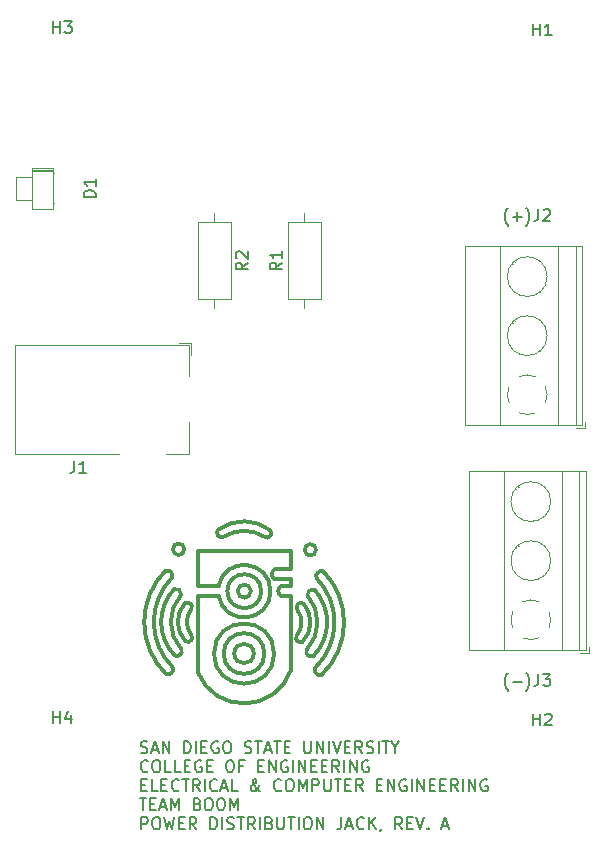
<source format=gbr>
%TF.GenerationSoftware,KiCad,Pcbnew,8.0.4*%
%TF.CreationDate,2024-11-12T18:47:43-08:00*%
%TF.ProjectId,PD Jack_RevA,5044204a-6163-46b5-9f52-6576412e6b69,rev?*%
%TF.SameCoordinates,Original*%
%TF.FileFunction,Legend,Top*%
%TF.FilePolarity,Positive*%
%FSLAX46Y46*%
G04 Gerber Fmt 4.6, Leading zero omitted, Abs format (unit mm)*
G04 Created by KiCad (PCBNEW 8.0.4) date 2024-11-12 18:47:43*
%MOMM*%
%LPD*%
G01*
G04 APERTURE LIST*
%ADD10C,0.300000*%
%ADD11C,0.150000*%
%ADD12C,0.120000*%
G04 APERTURE END LIST*
D10*
X141308326Y-115612466D02*
G75*
G02*
X138440550Y-115612466I-1433888J0D01*
G01*
X138440550Y-115612466D02*
G75*
G02*
X141308326Y-115612466I1433888J0D01*
G01*
X142398021Y-120894169D02*
G75*
G02*
X137304771Y-120894169I-2546625J0D01*
G01*
X137304771Y-120894169D02*
G75*
G02*
X142398021Y-120894169I2546625J0D01*
G01*
X142463780Y-113762593D02*
X143834869Y-113762593D01*
X145948337Y-112111606D02*
G75*
G02*
X144980583Y-112111606I-483877J0D01*
G01*
X144980583Y-112111606D02*
G75*
G02*
X145948337Y-112111606I483877J0D01*
G01*
X143834869Y-113762593D02*
X142463780Y-113762593D01*
X142463780Y-114595541D02*
X143834869Y-114595541D01*
X143834869Y-116016019D02*
X143834869Y-122289573D01*
X134543529Y-120531649D02*
G75*
G02*
X133992919Y-121068292I-380829J-160051D01*
G01*
X138238993Y-110953560D02*
G75*
G02*
X141524470Y-110989833I1614007J-2620540D01*
G01*
X133253457Y-122633936D02*
G75*
G02*
X133195068Y-113880109I4317463J4405906D01*
G01*
X135944040Y-112170587D02*
X143834869Y-112170587D01*
X134848988Y-116615047D02*
G75*
G02*
X135393157Y-117120088I201612J-328453D01*
G01*
X145809926Y-115484533D02*
G75*
G02*
X145708176Y-121119505I-3001496J-2764207D01*
G01*
X143834869Y-112170587D02*
X143834869Y-113762593D01*
X143834869Y-115183071D02*
X143002646Y-115183071D01*
X135944040Y-115188097D02*
X135944040Y-112170587D01*
X146568670Y-113938455D02*
G75*
G02*
X146433904Y-122691440I-4413620J-4309575D01*
G01*
X137693515Y-115188097D02*
G75*
G02*
X137693540Y-116037032I2180885J-424403D01*
G01*
X138238993Y-110953560D02*
G75*
G02*
X137673268Y-110395378I-282893J279060D01*
G01*
X137673279Y-110395389D02*
G75*
G02*
X142097478Y-110467848I2163921J-2977911D01*
G01*
X141574367Y-120894169D02*
G75*
G02*
X138128425Y-120894169I-1722971J0D01*
G01*
X138128425Y-120894169D02*
G75*
G02*
X141574367Y-120894169I1722971J0D01*
G01*
X140682197Y-120894169D02*
G75*
G02*
X139020595Y-120894169I-830801J0D01*
G01*
X139020595Y-120894169D02*
G75*
G02*
X140682197Y-120894169I830801J0D01*
G01*
X143002646Y-116016019D02*
X143834869Y-116016019D01*
X135405174Y-119342256D02*
G75*
G02*
X134912684Y-119868581I-321074J-193144D01*
G01*
X142463780Y-114595541D02*
X143834869Y-114595541D01*
X133940293Y-115432749D02*
G75*
G02*
X134532687Y-115900864I160207J-406151D01*
G01*
X143002646Y-116016019D02*
G75*
G02*
X143002611Y-115182998I202854J416519D01*
G01*
X133195068Y-113880109D02*
G75*
G02*
X133770874Y-114452242I154932J-419891D01*
G01*
X144342386Y-117159136D02*
G75*
G02*
X144890998Y-116658782I344114J173636D01*
G01*
X145213448Y-115947464D02*
G75*
G02*
X145809932Y-115484517I432752J58164D01*
G01*
X133821583Y-122054171D02*
G75*
G02*
X133253460Y-122633927I-412283J-164229D01*
G01*
X146433903Y-122691439D02*
G75*
G02*
X145870912Y-122106762I-152303J416739D01*
G01*
X145987890Y-114505543D02*
G75*
G02*
X146568670Y-113938456I422110J148643D01*
G01*
X135944040Y-116037030D02*
X137693553Y-116037030D01*
X142463780Y-114595541D02*
G75*
G02*
X142463806Y-113762646I202820J416441D01*
G01*
X137693515Y-115188097D02*
X135944040Y-115188097D01*
X145213448Y-115947464D02*
G75*
G02*
X145162240Y-120577991I-2614248J-2286636D01*
G01*
X143834869Y-122289573D02*
G75*
G02*
X135944046Y-122490344I-3983469J1395373D01*
G01*
X142097454Y-110467879D02*
G75*
G02*
X141524476Y-110989819I-319054J-225221D01*
G01*
X144890950Y-116658858D02*
G75*
G02*
X144798836Y-119911664I-1813850J-1576342D01*
G01*
X145987890Y-114505543D02*
G75*
G02*
X145870858Y-122106740I-3832840J-3742487D01*
G01*
X133821583Y-122054171D02*
G75*
G02*
X133770878Y-114452244I3749337J3826141D01*
G01*
X135405174Y-119342256D02*
G75*
G02*
X135393173Y-117120098I1378526J1118556D01*
G01*
X140432956Y-115612466D02*
G75*
G02*
X139315920Y-115612466I-558518J0D01*
G01*
X139315920Y-115612466D02*
G75*
G02*
X140432956Y-115612466I558518J0D01*
G01*
X143834869Y-114595541D02*
X143834869Y-115183071D01*
X133992873Y-121068393D02*
G75*
G02*
X133940294Y-115432750I2924697J2845353D01*
G01*
X135944040Y-122490347D02*
X135944040Y-116037030D01*
X144798850Y-119911677D02*
G75*
G02*
X144311003Y-119381118I-168450J334677D01*
G01*
X144342386Y-117159136D02*
G75*
G02*
X144311027Y-119381140I-1400086J-1091464D01*
G01*
X134543529Y-120531649D02*
G75*
G02*
X134532700Y-115900859I2583371J2321449D01*
G01*
X134912702Y-119868546D02*
G75*
G02*
X134849018Y-116615074I1736298J1661346D01*
G01*
X145708175Y-121119504D02*
G75*
G02*
X145162261Y-120577992I-166475J378104D01*
G01*
X134799053Y-112062965D02*
G75*
G02*
X133831299Y-112062965I-483877J0D01*
G01*
X133831299Y-112062965D02*
G75*
G02*
X134799053Y-112062965I483877J0D01*
G01*
D11*
X131099160Y-129272424D02*
X131242017Y-129320043D01*
X131242017Y-129320043D02*
X131480112Y-129320043D01*
X131480112Y-129320043D02*
X131575350Y-129272424D01*
X131575350Y-129272424D02*
X131622969Y-129224804D01*
X131622969Y-129224804D02*
X131670588Y-129129566D01*
X131670588Y-129129566D02*
X131670588Y-129034328D01*
X131670588Y-129034328D02*
X131622969Y-128939090D01*
X131622969Y-128939090D02*
X131575350Y-128891471D01*
X131575350Y-128891471D02*
X131480112Y-128843852D01*
X131480112Y-128843852D02*
X131289636Y-128796233D01*
X131289636Y-128796233D02*
X131194398Y-128748614D01*
X131194398Y-128748614D02*
X131146779Y-128700995D01*
X131146779Y-128700995D02*
X131099160Y-128605757D01*
X131099160Y-128605757D02*
X131099160Y-128510519D01*
X131099160Y-128510519D02*
X131146779Y-128415281D01*
X131146779Y-128415281D02*
X131194398Y-128367662D01*
X131194398Y-128367662D02*
X131289636Y-128320043D01*
X131289636Y-128320043D02*
X131527731Y-128320043D01*
X131527731Y-128320043D02*
X131670588Y-128367662D01*
X132051541Y-129034328D02*
X132527731Y-129034328D01*
X131956303Y-129320043D02*
X132289636Y-128320043D01*
X132289636Y-128320043D02*
X132622969Y-129320043D01*
X132956303Y-129320043D02*
X132956303Y-128320043D01*
X132956303Y-128320043D02*
X133527731Y-129320043D01*
X133527731Y-129320043D02*
X133527731Y-128320043D01*
X134765827Y-129320043D02*
X134765827Y-128320043D01*
X134765827Y-128320043D02*
X135003922Y-128320043D01*
X135003922Y-128320043D02*
X135146779Y-128367662D01*
X135146779Y-128367662D02*
X135242017Y-128462900D01*
X135242017Y-128462900D02*
X135289636Y-128558138D01*
X135289636Y-128558138D02*
X135337255Y-128748614D01*
X135337255Y-128748614D02*
X135337255Y-128891471D01*
X135337255Y-128891471D02*
X135289636Y-129081947D01*
X135289636Y-129081947D02*
X135242017Y-129177185D01*
X135242017Y-129177185D02*
X135146779Y-129272424D01*
X135146779Y-129272424D02*
X135003922Y-129320043D01*
X135003922Y-129320043D02*
X134765827Y-129320043D01*
X135765827Y-129320043D02*
X135765827Y-128320043D01*
X136242017Y-128796233D02*
X136575350Y-128796233D01*
X136718207Y-129320043D02*
X136242017Y-129320043D01*
X136242017Y-129320043D02*
X136242017Y-128320043D01*
X136242017Y-128320043D02*
X136718207Y-128320043D01*
X137670588Y-128367662D02*
X137575350Y-128320043D01*
X137575350Y-128320043D02*
X137432493Y-128320043D01*
X137432493Y-128320043D02*
X137289636Y-128367662D01*
X137289636Y-128367662D02*
X137194398Y-128462900D01*
X137194398Y-128462900D02*
X137146779Y-128558138D01*
X137146779Y-128558138D02*
X137099160Y-128748614D01*
X137099160Y-128748614D02*
X137099160Y-128891471D01*
X137099160Y-128891471D02*
X137146779Y-129081947D01*
X137146779Y-129081947D02*
X137194398Y-129177185D01*
X137194398Y-129177185D02*
X137289636Y-129272424D01*
X137289636Y-129272424D02*
X137432493Y-129320043D01*
X137432493Y-129320043D02*
X137527731Y-129320043D01*
X137527731Y-129320043D02*
X137670588Y-129272424D01*
X137670588Y-129272424D02*
X137718207Y-129224804D01*
X137718207Y-129224804D02*
X137718207Y-128891471D01*
X137718207Y-128891471D02*
X137527731Y-128891471D01*
X138337255Y-128320043D02*
X138527731Y-128320043D01*
X138527731Y-128320043D02*
X138622969Y-128367662D01*
X138622969Y-128367662D02*
X138718207Y-128462900D01*
X138718207Y-128462900D02*
X138765826Y-128653376D01*
X138765826Y-128653376D02*
X138765826Y-128986709D01*
X138765826Y-128986709D02*
X138718207Y-129177185D01*
X138718207Y-129177185D02*
X138622969Y-129272424D01*
X138622969Y-129272424D02*
X138527731Y-129320043D01*
X138527731Y-129320043D02*
X138337255Y-129320043D01*
X138337255Y-129320043D02*
X138242017Y-129272424D01*
X138242017Y-129272424D02*
X138146779Y-129177185D01*
X138146779Y-129177185D02*
X138099160Y-128986709D01*
X138099160Y-128986709D02*
X138099160Y-128653376D01*
X138099160Y-128653376D02*
X138146779Y-128462900D01*
X138146779Y-128462900D02*
X138242017Y-128367662D01*
X138242017Y-128367662D02*
X138337255Y-128320043D01*
X139908684Y-129272424D02*
X140051541Y-129320043D01*
X140051541Y-129320043D02*
X140289636Y-129320043D01*
X140289636Y-129320043D02*
X140384874Y-129272424D01*
X140384874Y-129272424D02*
X140432493Y-129224804D01*
X140432493Y-129224804D02*
X140480112Y-129129566D01*
X140480112Y-129129566D02*
X140480112Y-129034328D01*
X140480112Y-129034328D02*
X140432493Y-128939090D01*
X140432493Y-128939090D02*
X140384874Y-128891471D01*
X140384874Y-128891471D02*
X140289636Y-128843852D01*
X140289636Y-128843852D02*
X140099160Y-128796233D01*
X140099160Y-128796233D02*
X140003922Y-128748614D01*
X140003922Y-128748614D02*
X139956303Y-128700995D01*
X139956303Y-128700995D02*
X139908684Y-128605757D01*
X139908684Y-128605757D02*
X139908684Y-128510519D01*
X139908684Y-128510519D02*
X139956303Y-128415281D01*
X139956303Y-128415281D02*
X140003922Y-128367662D01*
X140003922Y-128367662D02*
X140099160Y-128320043D01*
X140099160Y-128320043D02*
X140337255Y-128320043D01*
X140337255Y-128320043D02*
X140480112Y-128367662D01*
X140765827Y-128320043D02*
X141337255Y-128320043D01*
X141051541Y-129320043D02*
X141051541Y-128320043D01*
X141622970Y-129034328D02*
X142099160Y-129034328D01*
X141527732Y-129320043D02*
X141861065Y-128320043D01*
X141861065Y-128320043D02*
X142194398Y-129320043D01*
X142384875Y-128320043D02*
X142956303Y-128320043D01*
X142670589Y-129320043D02*
X142670589Y-128320043D01*
X143289637Y-128796233D02*
X143622970Y-128796233D01*
X143765827Y-129320043D02*
X143289637Y-129320043D01*
X143289637Y-129320043D02*
X143289637Y-128320043D01*
X143289637Y-128320043D02*
X143765827Y-128320043D01*
X144956304Y-128320043D02*
X144956304Y-129129566D01*
X144956304Y-129129566D02*
X145003923Y-129224804D01*
X145003923Y-129224804D02*
X145051542Y-129272424D01*
X145051542Y-129272424D02*
X145146780Y-129320043D01*
X145146780Y-129320043D02*
X145337256Y-129320043D01*
X145337256Y-129320043D02*
X145432494Y-129272424D01*
X145432494Y-129272424D02*
X145480113Y-129224804D01*
X145480113Y-129224804D02*
X145527732Y-129129566D01*
X145527732Y-129129566D02*
X145527732Y-128320043D01*
X146003923Y-129320043D02*
X146003923Y-128320043D01*
X146003923Y-128320043D02*
X146575351Y-129320043D01*
X146575351Y-129320043D02*
X146575351Y-128320043D01*
X147051542Y-129320043D02*
X147051542Y-128320043D01*
X147384875Y-128320043D02*
X147718208Y-129320043D01*
X147718208Y-129320043D02*
X148051541Y-128320043D01*
X148384875Y-128796233D02*
X148718208Y-128796233D01*
X148861065Y-129320043D02*
X148384875Y-129320043D01*
X148384875Y-129320043D02*
X148384875Y-128320043D01*
X148384875Y-128320043D02*
X148861065Y-128320043D01*
X149861065Y-129320043D02*
X149527732Y-128843852D01*
X149289637Y-129320043D02*
X149289637Y-128320043D01*
X149289637Y-128320043D02*
X149670589Y-128320043D01*
X149670589Y-128320043D02*
X149765827Y-128367662D01*
X149765827Y-128367662D02*
X149813446Y-128415281D01*
X149813446Y-128415281D02*
X149861065Y-128510519D01*
X149861065Y-128510519D02*
X149861065Y-128653376D01*
X149861065Y-128653376D02*
X149813446Y-128748614D01*
X149813446Y-128748614D02*
X149765827Y-128796233D01*
X149765827Y-128796233D02*
X149670589Y-128843852D01*
X149670589Y-128843852D02*
X149289637Y-128843852D01*
X150242018Y-129272424D02*
X150384875Y-129320043D01*
X150384875Y-129320043D02*
X150622970Y-129320043D01*
X150622970Y-129320043D02*
X150718208Y-129272424D01*
X150718208Y-129272424D02*
X150765827Y-129224804D01*
X150765827Y-129224804D02*
X150813446Y-129129566D01*
X150813446Y-129129566D02*
X150813446Y-129034328D01*
X150813446Y-129034328D02*
X150765827Y-128939090D01*
X150765827Y-128939090D02*
X150718208Y-128891471D01*
X150718208Y-128891471D02*
X150622970Y-128843852D01*
X150622970Y-128843852D02*
X150432494Y-128796233D01*
X150432494Y-128796233D02*
X150337256Y-128748614D01*
X150337256Y-128748614D02*
X150289637Y-128700995D01*
X150289637Y-128700995D02*
X150242018Y-128605757D01*
X150242018Y-128605757D02*
X150242018Y-128510519D01*
X150242018Y-128510519D02*
X150289637Y-128415281D01*
X150289637Y-128415281D02*
X150337256Y-128367662D01*
X150337256Y-128367662D02*
X150432494Y-128320043D01*
X150432494Y-128320043D02*
X150670589Y-128320043D01*
X150670589Y-128320043D02*
X150813446Y-128367662D01*
X151242018Y-129320043D02*
X151242018Y-128320043D01*
X151575351Y-128320043D02*
X152146779Y-128320043D01*
X151861065Y-129320043D02*
X151861065Y-128320043D01*
X152670589Y-128843852D02*
X152670589Y-129320043D01*
X152337256Y-128320043D02*
X152670589Y-128843852D01*
X152670589Y-128843852D02*
X153003922Y-128320043D01*
X131718207Y-130834748D02*
X131670588Y-130882368D01*
X131670588Y-130882368D02*
X131527731Y-130929987D01*
X131527731Y-130929987D02*
X131432493Y-130929987D01*
X131432493Y-130929987D02*
X131289636Y-130882368D01*
X131289636Y-130882368D02*
X131194398Y-130787129D01*
X131194398Y-130787129D02*
X131146779Y-130691891D01*
X131146779Y-130691891D02*
X131099160Y-130501415D01*
X131099160Y-130501415D02*
X131099160Y-130358558D01*
X131099160Y-130358558D02*
X131146779Y-130168082D01*
X131146779Y-130168082D02*
X131194398Y-130072844D01*
X131194398Y-130072844D02*
X131289636Y-129977606D01*
X131289636Y-129977606D02*
X131432493Y-129929987D01*
X131432493Y-129929987D02*
X131527731Y-129929987D01*
X131527731Y-129929987D02*
X131670588Y-129977606D01*
X131670588Y-129977606D02*
X131718207Y-130025225D01*
X132337255Y-129929987D02*
X132527731Y-129929987D01*
X132527731Y-129929987D02*
X132622969Y-129977606D01*
X132622969Y-129977606D02*
X132718207Y-130072844D01*
X132718207Y-130072844D02*
X132765826Y-130263320D01*
X132765826Y-130263320D02*
X132765826Y-130596653D01*
X132765826Y-130596653D02*
X132718207Y-130787129D01*
X132718207Y-130787129D02*
X132622969Y-130882368D01*
X132622969Y-130882368D02*
X132527731Y-130929987D01*
X132527731Y-130929987D02*
X132337255Y-130929987D01*
X132337255Y-130929987D02*
X132242017Y-130882368D01*
X132242017Y-130882368D02*
X132146779Y-130787129D01*
X132146779Y-130787129D02*
X132099160Y-130596653D01*
X132099160Y-130596653D02*
X132099160Y-130263320D01*
X132099160Y-130263320D02*
X132146779Y-130072844D01*
X132146779Y-130072844D02*
X132242017Y-129977606D01*
X132242017Y-129977606D02*
X132337255Y-129929987D01*
X133670588Y-130929987D02*
X133194398Y-130929987D01*
X133194398Y-130929987D02*
X133194398Y-129929987D01*
X134480112Y-130929987D02*
X134003922Y-130929987D01*
X134003922Y-130929987D02*
X134003922Y-129929987D01*
X134813446Y-130406177D02*
X135146779Y-130406177D01*
X135289636Y-130929987D02*
X134813446Y-130929987D01*
X134813446Y-130929987D02*
X134813446Y-129929987D01*
X134813446Y-129929987D02*
X135289636Y-129929987D01*
X136242017Y-129977606D02*
X136146779Y-129929987D01*
X136146779Y-129929987D02*
X136003922Y-129929987D01*
X136003922Y-129929987D02*
X135861065Y-129977606D01*
X135861065Y-129977606D02*
X135765827Y-130072844D01*
X135765827Y-130072844D02*
X135718208Y-130168082D01*
X135718208Y-130168082D02*
X135670589Y-130358558D01*
X135670589Y-130358558D02*
X135670589Y-130501415D01*
X135670589Y-130501415D02*
X135718208Y-130691891D01*
X135718208Y-130691891D02*
X135765827Y-130787129D01*
X135765827Y-130787129D02*
X135861065Y-130882368D01*
X135861065Y-130882368D02*
X136003922Y-130929987D01*
X136003922Y-130929987D02*
X136099160Y-130929987D01*
X136099160Y-130929987D02*
X136242017Y-130882368D01*
X136242017Y-130882368D02*
X136289636Y-130834748D01*
X136289636Y-130834748D02*
X136289636Y-130501415D01*
X136289636Y-130501415D02*
X136099160Y-130501415D01*
X136718208Y-130406177D02*
X137051541Y-130406177D01*
X137194398Y-130929987D02*
X136718208Y-130929987D01*
X136718208Y-130929987D02*
X136718208Y-129929987D01*
X136718208Y-129929987D02*
X137194398Y-129929987D01*
X138575351Y-129929987D02*
X138765827Y-129929987D01*
X138765827Y-129929987D02*
X138861065Y-129977606D01*
X138861065Y-129977606D02*
X138956303Y-130072844D01*
X138956303Y-130072844D02*
X139003922Y-130263320D01*
X139003922Y-130263320D02*
X139003922Y-130596653D01*
X139003922Y-130596653D02*
X138956303Y-130787129D01*
X138956303Y-130787129D02*
X138861065Y-130882368D01*
X138861065Y-130882368D02*
X138765827Y-130929987D01*
X138765827Y-130929987D02*
X138575351Y-130929987D01*
X138575351Y-130929987D02*
X138480113Y-130882368D01*
X138480113Y-130882368D02*
X138384875Y-130787129D01*
X138384875Y-130787129D02*
X138337256Y-130596653D01*
X138337256Y-130596653D02*
X138337256Y-130263320D01*
X138337256Y-130263320D02*
X138384875Y-130072844D01*
X138384875Y-130072844D02*
X138480113Y-129977606D01*
X138480113Y-129977606D02*
X138575351Y-129929987D01*
X139765827Y-130406177D02*
X139432494Y-130406177D01*
X139432494Y-130929987D02*
X139432494Y-129929987D01*
X139432494Y-129929987D02*
X139908684Y-129929987D01*
X141051542Y-130406177D02*
X141384875Y-130406177D01*
X141527732Y-130929987D02*
X141051542Y-130929987D01*
X141051542Y-130929987D02*
X141051542Y-129929987D01*
X141051542Y-129929987D02*
X141527732Y-129929987D01*
X141956304Y-130929987D02*
X141956304Y-129929987D01*
X141956304Y-129929987D02*
X142527732Y-130929987D01*
X142527732Y-130929987D02*
X142527732Y-129929987D01*
X143527732Y-129977606D02*
X143432494Y-129929987D01*
X143432494Y-129929987D02*
X143289637Y-129929987D01*
X143289637Y-129929987D02*
X143146780Y-129977606D01*
X143146780Y-129977606D02*
X143051542Y-130072844D01*
X143051542Y-130072844D02*
X143003923Y-130168082D01*
X143003923Y-130168082D02*
X142956304Y-130358558D01*
X142956304Y-130358558D02*
X142956304Y-130501415D01*
X142956304Y-130501415D02*
X143003923Y-130691891D01*
X143003923Y-130691891D02*
X143051542Y-130787129D01*
X143051542Y-130787129D02*
X143146780Y-130882368D01*
X143146780Y-130882368D02*
X143289637Y-130929987D01*
X143289637Y-130929987D02*
X143384875Y-130929987D01*
X143384875Y-130929987D02*
X143527732Y-130882368D01*
X143527732Y-130882368D02*
X143575351Y-130834748D01*
X143575351Y-130834748D02*
X143575351Y-130501415D01*
X143575351Y-130501415D02*
X143384875Y-130501415D01*
X144003923Y-130929987D02*
X144003923Y-129929987D01*
X144480113Y-130929987D02*
X144480113Y-129929987D01*
X144480113Y-129929987D02*
X145051541Y-130929987D01*
X145051541Y-130929987D02*
X145051541Y-129929987D01*
X145527732Y-130406177D02*
X145861065Y-130406177D01*
X146003922Y-130929987D02*
X145527732Y-130929987D01*
X145527732Y-130929987D02*
X145527732Y-129929987D01*
X145527732Y-129929987D02*
X146003922Y-129929987D01*
X146432494Y-130406177D02*
X146765827Y-130406177D01*
X146908684Y-130929987D02*
X146432494Y-130929987D01*
X146432494Y-130929987D02*
X146432494Y-129929987D01*
X146432494Y-129929987D02*
X146908684Y-129929987D01*
X147908684Y-130929987D02*
X147575351Y-130453796D01*
X147337256Y-130929987D02*
X147337256Y-129929987D01*
X147337256Y-129929987D02*
X147718208Y-129929987D01*
X147718208Y-129929987D02*
X147813446Y-129977606D01*
X147813446Y-129977606D02*
X147861065Y-130025225D01*
X147861065Y-130025225D02*
X147908684Y-130120463D01*
X147908684Y-130120463D02*
X147908684Y-130263320D01*
X147908684Y-130263320D02*
X147861065Y-130358558D01*
X147861065Y-130358558D02*
X147813446Y-130406177D01*
X147813446Y-130406177D02*
X147718208Y-130453796D01*
X147718208Y-130453796D02*
X147337256Y-130453796D01*
X148337256Y-130929987D02*
X148337256Y-129929987D01*
X148813446Y-130929987D02*
X148813446Y-129929987D01*
X148813446Y-129929987D02*
X149384874Y-130929987D01*
X149384874Y-130929987D02*
X149384874Y-129929987D01*
X150384874Y-129977606D02*
X150289636Y-129929987D01*
X150289636Y-129929987D02*
X150146779Y-129929987D01*
X150146779Y-129929987D02*
X150003922Y-129977606D01*
X150003922Y-129977606D02*
X149908684Y-130072844D01*
X149908684Y-130072844D02*
X149861065Y-130168082D01*
X149861065Y-130168082D02*
X149813446Y-130358558D01*
X149813446Y-130358558D02*
X149813446Y-130501415D01*
X149813446Y-130501415D02*
X149861065Y-130691891D01*
X149861065Y-130691891D02*
X149908684Y-130787129D01*
X149908684Y-130787129D02*
X150003922Y-130882368D01*
X150003922Y-130882368D02*
X150146779Y-130929987D01*
X150146779Y-130929987D02*
X150242017Y-130929987D01*
X150242017Y-130929987D02*
X150384874Y-130882368D01*
X150384874Y-130882368D02*
X150432493Y-130834748D01*
X150432493Y-130834748D02*
X150432493Y-130501415D01*
X150432493Y-130501415D02*
X150242017Y-130501415D01*
X131146779Y-132016121D02*
X131480112Y-132016121D01*
X131622969Y-132539931D02*
X131146779Y-132539931D01*
X131146779Y-132539931D02*
X131146779Y-131539931D01*
X131146779Y-131539931D02*
X131622969Y-131539931D01*
X132527731Y-132539931D02*
X132051541Y-132539931D01*
X132051541Y-132539931D02*
X132051541Y-131539931D01*
X132861065Y-132016121D02*
X133194398Y-132016121D01*
X133337255Y-132539931D02*
X132861065Y-132539931D01*
X132861065Y-132539931D02*
X132861065Y-131539931D01*
X132861065Y-131539931D02*
X133337255Y-131539931D01*
X134337255Y-132444692D02*
X134289636Y-132492312D01*
X134289636Y-132492312D02*
X134146779Y-132539931D01*
X134146779Y-132539931D02*
X134051541Y-132539931D01*
X134051541Y-132539931D02*
X133908684Y-132492312D01*
X133908684Y-132492312D02*
X133813446Y-132397073D01*
X133813446Y-132397073D02*
X133765827Y-132301835D01*
X133765827Y-132301835D02*
X133718208Y-132111359D01*
X133718208Y-132111359D02*
X133718208Y-131968502D01*
X133718208Y-131968502D02*
X133765827Y-131778026D01*
X133765827Y-131778026D02*
X133813446Y-131682788D01*
X133813446Y-131682788D02*
X133908684Y-131587550D01*
X133908684Y-131587550D02*
X134051541Y-131539931D01*
X134051541Y-131539931D02*
X134146779Y-131539931D01*
X134146779Y-131539931D02*
X134289636Y-131587550D01*
X134289636Y-131587550D02*
X134337255Y-131635169D01*
X134622970Y-131539931D02*
X135194398Y-131539931D01*
X134908684Y-132539931D02*
X134908684Y-131539931D01*
X136099160Y-132539931D02*
X135765827Y-132063740D01*
X135527732Y-132539931D02*
X135527732Y-131539931D01*
X135527732Y-131539931D02*
X135908684Y-131539931D01*
X135908684Y-131539931D02*
X136003922Y-131587550D01*
X136003922Y-131587550D02*
X136051541Y-131635169D01*
X136051541Y-131635169D02*
X136099160Y-131730407D01*
X136099160Y-131730407D02*
X136099160Y-131873264D01*
X136099160Y-131873264D02*
X136051541Y-131968502D01*
X136051541Y-131968502D02*
X136003922Y-132016121D01*
X136003922Y-132016121D02*
X135908684Y-132063740D01*
X135908684Y-132063740D02*
X135527732Y-132063740D01*
X136527732Y-132539931D02*
X136527732Y-131539931D01*
X137575350Y-132444692D02*
X137527731Y-132492312D01*
X137527731Y-132492312D02*
X137384874Y-132539931D01*
X137384874Y-132539931D02*
X137289636Y-132539931D01*
X137289636Y-132539931D02*
X137146779Y-132492312D01*
X137146779Y-132492312D02*
X137051541Y-132397073D01*
X137051541Y-132397073D02*
X137003922Y-132301835D01*
X137003922Y-132301835D02*
X136956303Y-132111359D01*
X136956303Y-132111359D02*
X136956303Y-131968502D01*
X136956303Y-131968502D02*
X137003922Y-131778026D01*
X137003922Y-131778026D02*
X137051541Y-131682788D01*
X137051541Y-131682788D02*
X137146779Y-131587550D01*
X137146779Y-131587550D02*
X137289636Y-131539931D01*
X137289636Y-131539931D02*
X137384874Y-131539931D01*
X137384874Y-131539931D02*
X137527731Y-131587550D01*
X137527731Y-131587550D02*
X137575350Y-131635169D01*
X137956303Y-132254216D02*
X138432493Y-132254216D01*
X137861065Y-132539931D02*
X138194398Y-131539931D01*
X138194398Y-131539931D02*
X138527731Y-132539931D01*
X139337255Y-132539931D02*
X138861065Y-132539931D01*
X138861065Y-132539931D02*
X138861065Y-131539931D01*
X141242018Y-132539931D02*
X141194399Y-132539931D01*
X141194399Y-132539931D02*
X141099160Y-132492312D01*
X141099160Y-132492312D02*
X140956303Y-132349454D01*
X140956303Y-132349454D02*
X140718208Y-132063740D01*
X140718208Y-132063740D02*
X140622970Y-131920883D01*
X140622970Y-131920883D02*
X140575351Y-131778026D01*
X140575351Y-131778026D02*
X140575351Y-131682788D01*
X140575351Y-131682788D02*
X140622970Y-131587550D01*
X140622970Y-131587550D02*
X140718208Y-131539931D01*
X140718208Y-131539931D02*
X140765827Y-131539931D01*
X140765827Y-131539931D02*
X140861065Y-131587550D01*
X140861065Y-131587550D02*
X140908684Y-131682788D01*
X140908684Y-131682788D02*
X140908684Y-131730407D01*
X140908684Y-131730407D02*
X140861065Y-131825645D01*
X140861065Y-131825645D02*
X140813446Y-131873264D01*
X140813446Y-131873264D02*
X140527732Y-132063740D01*
X140527732Y-132063740D02*
X140480113Y-132111359D01*
X140480113Y-132111359D02*
X140432494Y-132206597D01*
X140432494Y-132206597D02*
X140432494Y-132349454D01*
X140432494Y-132349454D02*
X140480113Y-132444692D01*
X140480113Y-132444692D02*
X140527732Y-132492312D01*
X140527732Y-132492312D02*
X140622970Y-132539931D01*
X140622970Y-132539931D02*
X140765827Y-132539931D01*
X140765827Y-132539931D02*
X140861065Y-132492312D01*
X140861065Y-132492312D02*
X140908684Y-132444692D01*
X140908684Y-132444692D02*
X141051541Y-132254216D01*
X141051541Y-132254216D02*
X141099160Y-132111359D01*
X141099160Y-132111359D02*
X141099160Y-132016121D01*
X143003922Y-132444692D02*
X142956303Y-132492312D01*
X142956303Y-132492312D02*
X142813446Y-132539931D01*
X142813446Y-132539931D02*
X142718208Y-132539931D01*
X142718208Y-132539931D02*
X142575351Y-132492312D01*
X142575351Y-132492312D02*
X142480113Y-132397073D01*
X142480113Y-132397073D02*
X142432494Y-132301835D01*
X142432494Y-132301835D02*
X142384875Y-132111359D01*
X142384875Y-132111359D02*
X142384875Y-131968502D01*
X142384875Y-131968502D02*
X142432494Y-131778026D01*
X142432494Y-131778026D02*
X142480113Y-131682788D01*
X142480113Y-131682788D02*
X142575351Y-131587550D01*
X142575351Y-131587550D02*
X142718208Y-131539931D01*
X142718208Y-131539931D02*
X142813446Y-131539931D01*
X142813446Y-131539931D02*
X142956303Y-131587550D01*
X142956303Y-131587550D02*
X143003922Y-131635169D01*
X143622970Y-131539931D02*
X143813446Y-131539931D01*
X143813446Y-131539931D02*
X143908684Y-131587550D01*
X143908684Y-131587550D02*
X144003922Y-131682788D01*
X144003922Y-131682788D02*
X144051541Y-131873264D01*
X144051541Y-131873264D02*
X144051541Y-132206597D01*
X144051541Y-132206597D02*
X144003922Y-132397073D01*
X144003922Y-132397073D02*
X143908684Y-132492312D01*
X143908684Y-132492312D02*
X143813446Y-132539931D01*
X143813446Y-132539931D02*
X143622970Y-132539931D01*
X143622970Y-132539931D02*
X143527732Y-132492312D01*
X143527732Y-132492312D02*
X143432494Y-132397073D01*
X143432494Y-132397073D02*
X143384875Y-132206597D01*
X143384875Y-132206597D02*
X143384875Y-131873264D01*
X143384875Y-131873264D02*
X143432494Y-131682788D01*
X143432494Y-131682788D02*
X143527732Y-131587550D01*
X143527732Y-131587550D02*
X143622970Y-131539931D01*
X144480113Y-132539931D02*
X144480113Y-131539931D01*
X144480113Y-131539931D02*
X144813446Y-132254216D01*
X144813446Y-132254216D02*
X145146779Y-131539931D01*
X145146779Y-131539931D02*
X145146779Y-132539931D01*
X145622970Y-132539931D02*
X145622970Y-131539931D01*
X145622970Y-131539931D02*
X146003922Y-131539931D01*
X146003922Y-131539931D02*
X146099160Y-131587550D01*
X146099160Y-131587550D02*
X146146779Y-131635169D01*
X146146779Y-131635169D02*
X146194398Y-131730407D01*
X146194398Y-131730407D02*
X146194398Y-131873264D01*
X146194398Y-131873264D02*
X146146779Y-131968502D01*
X146146779Y-131968502D02*
X146099160Y-132016121D01*
X146099160Y-132016121D02*
X146003922Y-132063740D01*
X146003922Y-132063740D02*
X145622970Y-132063740D01*
X146622970Y-131539931D02*
X146622970Y-132349454D01*
X146622970Y-132349454D02*
X146670589Y-132444692D01*
X146670589Y-132444692D02*
X146718208Y-132492312D01*
X146718208Y-132492312D02*
X146813446Y-132539931D01*
X146813446Y-132539931D02*
X147003922Y-132539931D01*
X147003922Y-132539931D02*
X147099160Y-132492312D01*
X147099160Y-132492312D02*
X147146779Y-132444692D01*
X147146779Y-132444692D02*
X147194398Y-132349454D01*
X147194398Y-132349454D02*
X147194398Y-131539931D01*
X147527732Y-131539931D02*
X148099160Y-131539931D01*
X147813446Y-132539931D02*
X147813446Y-131539931D01*
X148432494Y-132016121D02*
X148765827Y-132016121D01*
X148908684Y-132539931D02*
X148432494Y-132539931D01*
X148432494Y-132539931D02*
X148432494Y-131539931D01*
X148432494Y-131539931D02*
X148908684Y-131539931D01*
X149908684Y-132539931D02*
X149575351Y-132063740D01*
X149337256Y-132539931D02*
X149337256Y-131539931D01*
X149337256Y-131539931D02*
X149718208Y-131539931D01*
X149718208Y-131539931D02*
X149813446Y-131587550D01*
X149813446Y-131587550D02*
X149861065Y-131635169D01*
X149861065Y-131635169D02*
X149908684Y-131730407D01*
X149908684Y-131730407D02*
X149908684Y-131873264D01*
X149908684Y-131873264D02*
X149861065Y-131968502D01*
X149861065Y-131968502D02*
X149813446Y-132016121D01*
X149813446Y-132016121D02*
X149718208Y-132063740D01*
X149718208Y-132063740D02*
X149337256Y-132063740D01*
X151099161Y-132016121D02*
X151432494Y-132016121D01*
X151575351Y-132539931D02*
X151099161Y-132539931D01*
X151099161Y-132539931D02*
X151099161Y-131539931D01*
X151099161Y-131539931D02*
X151575351Y-131539931D01*
X152003923Y-132539931D02*
X152003923Y-131539931D01*
X152003923Y-131539931D02*
X152575351Y-132539931D01*
X152575351Y-132539931D02*
X152575351Y-131539931D01*
X153575351Y-131587550D02*
X153480113Y-131539931D01*
X153480113Y-131539931D02*
X153337256Y-131539931D01*
X153337256Y-131539931D02*
X153194399Y-131587550D01*
X153194399Y-131587550D02*
X153099161Y-131682788D01*
X153099161Y-131682788D02*
X153051542Y-131778026D01*
X153051542Y-131778026D02*
X153003923Y-131968502D01*
X153003923Y-131968502D02*
X153003923Y-132111359D01*
X153003923Y-132111359D02*
X153051542Y-132301835D01*
X153051542Y-132301835D02*
X153099161Y-132397073D01*
X153099161Y-132397073D02*
X153194399Y-132492312D01*
X153194399Y-132492312D02*
X153337256Y-132539931D01*
X153337256Y-132539931D02*
X153432494Y-132539931D01*
X153432494Y-132539931D02*
X153575351Y-132492312D01*
X153575351Y-132492312D02*
X153622970Y-132444692D01*
X153622970Y-132444692D02*
X153622970Y-132111359D01*
X153622970Y-132111359D02*
X153432494Y-132111359D01*
X154051542Y-132539931D02*
X154051542Y-131539931D01*
X154527732Y-132539931D02*
X154527732Y-131539931D01*
X154527732Y-131539931D02*
X155099160Y-132539931D01*
X155099160Y-132539931D02*
X155099160Y-131539931D01*
X155575351Y-132016121D02*
X155908684Y-132016121D01*
X156051541Y-132539931D02*
X155575351Y-132539931D01*
X155575351Y-132539931D02*
X155575351Y-131539931D01*
X155575351Y-131539931D02*
X156051541Y-131539931D01*
X156480113Y-132016121D02*
X156813446Y-132016121D01*
X156956303Y-132539931D02*
X156480113Y-132539931D01*
X156480113Y-132539931D02*
X156480113Y-131539931D01*
X156480113Y-131539931D02*
X156956303Y-131539931D01*
X157956303Y-132539931D02*
X157622970Y-132063740D01*
X157384875Y-132539931D02*
X157384875Y-131539931D01*
X157384875Y-131539931D02*
X157765827Y-131539931D01*
X157765827Y-131539931D02*
X157861065Y-131587550D01*
X157861065Y-131587550D02*
X157908684Y-131635169D01*
X157908684Y-131635169D02*
X157956303Y-131730407D01*
X157956303Y-131730407D02*
X157956303Y-131873264D01*
X157956303Y-131873264D02*
X157908684Y-131968502D01*
X157908684Y-131968502D02*
X157861065Y-132016121D01*
X157861065Y-132016121D02*
X157765827Y-132063740D01*
X157765827Y-132063740D02*
X157384875Y-132063740D01*
X158384875Y-132539931D02*
X158384875Y-131539931D01*
X158861065Y-132539931D02*
X158861065Y-131539931D01*
X158861065Y-131539931D02*
X159432493Y-132539931D01*
X159432493Y-132539931D02*
X159432493Y-131539931D01*
X160432493Y-131587550D02*
X160337255Y-131539931D01*
X160337255Y-131539931D02*
X160194398Y-131539931D01*
X160194398Y-131539931D02*
X160051541Y-131587550D01*
X160051541Y-131587550D02*
X159956303Y-131682788D01*
X159956303Y-131682788D02*
X159908684Y-131778026D01*
X159908684Y-131778026D02*
X159861065Y-131968502D01*
X159861065Y-131968502D02*
X159861065Y-132111359D01*
X159861065Y-132111359D02*
X159908684Y-132301835D01*
X159908684Y-132301835D02*
X159956303Y-132397073D01*
X159956303Y-132397073D02*
X160051541Y-132492312D01*
X160051541Y-132492312D02*
X160194398Y-132539931D01*
X160194398Y-132539931D02*
X160289636Y-132539931D01*
X160289636Y-132539931D02*
X160432493Y-132492312D01*
X160432493Y-132492312D02*
X160480112Y-132444692D01*
X160480112Y-132444692D02*
X160480112Y-132111359D01*
X160480112Y-132111359D02*
X160289636Y-132111359D01*
X131003922Y-133149875D02*
X131575350Y-133149875D01*
X131289636Y-134149875D02*
X131289636Y-133149875D01*
X131908684Y-133626065D02*
X132242017Y-133626065D01*
X132384874Y-134149875D02*
X131908684Y-134149875D01*
X131908684Y-134149875D02*
X131908684Y-133149875D01*
X131908684Y-133149875D02*
X132384874Y-133149875D01*
X132765827Y-133864160D02*
X133242017Y-133864160D01*
X132670589Y-134149875D02*
X133003922Y-133149875D01*
X133003922Y-133149875D02*
X133337255Y-134149875D01*
X133670589Y-134149875D02*
X133670589Y-133149875D01*
X133670589Y-133149875D02*
X134003922Y-133864160D01*
X134003922Y-133864160D02*
X134337255Y-133149875D01*
X134337255Y-133149875D02*
X134337255Y-134149875D01*
X135908684Y-133626065D02*
X136051541Y-133673684D01*
X136051541Y-133673684D02*
X136099160Y-133721303D01*
X136099160Y-133721303D02*
X136146779Y-133816541D01*
X136146779Y-133816541D02*
X136146779Y-133959398D01*
X136146779Y-133959398D02*
X136099160Y-134054636D01*
X136099160Y-134054636D02*
X136051541Y-134102256D01*
X136051541Y-134102256D02*
X135956303Y-134149875D01*
X135956303Y-134149875D02*
X135575351Y-134149875D01*
X135575351Y-134149875D02*
X135575351Y-133149875D01*
X135575351Y-133149875D02*
X135908684Y-133149875D01*
X135908684Y-133149875D02*
X136003922Y-133197494D01*
X136003922Y-133197494D02*
X136051541Y-133245113D01*
X136051541Y-133245113D02*
X136099160Y-133340351D01*
X136099160Y-133340351D02*
X136099160Y-133435589D01*
X136099160Y-133435589D02*
X136051541Y-133530827D01*
X136051541Y-133530827D02*
X136003922Y-133578446D01*
X136003922Y-133578446D02*
X135908684Y-133626065D01*
X135908684Y-133626065D02*
X135575351Y-133626065D01*
X136765827Y-133149875D02*
X136956303Y-133149875D01*
X136956303Y-133149875D02*
X137051541Y-133197494D01*
X137051541Y-133197494D02*
X137146779Y-133292732D01*
X137146779Y-133292732D02*
X137194398Y-133483208D01*
X137194398Y-133483208D02*
X137194398Y-133816541D01*
X137194398Y-133816541D02*
X137146779Y-134007017D01*
X137146779Y-134007017D02*
X137051541Y-134102256D01*
X137051541Y-134102256D02*
X136956303Y-134149875D01*
X136956303Y-134149875D02*
X136765827Y-134149875D01*
X136765827Y-134149875D02*
X136670589Y-134102256D01*
X136670589Y-134102256D02*
X136575351Y-134007017D01*
X136575351Y-134007017D02*
X136527732Y-133816541D01*
X136527732Y-133816541D02*
X136527732Y-133483208D01*
X136527732Y-133483208D02*
X136575351Y-133292732D01*
X136575351Y-133292732D02*
X136670589Y-133197494D01*
X136670589Y-133197494D02*
X136765827Y-133149875D01*
X137813446Y-133149875D02*
X138003922Y-133149875D01*
X138003922Y-133149875D02*
X138099160Y-133197494D01*
X138099160Y-133197494D02*
X138194398Y-133292732D01*
X138194398Y-133292732D02*
X138242017Y-133483208D01*
X138242017Y-133483208D02*
X138242017Y-133816541D01*
X138242017Y-133816541D02*
X138194398Y-134007017D01*
X138194398Y-134007017D02*
X138099160Y-134102256D01*
X138099160Y-134102256D02*
X138003922Y-134149875D01*
X138003922Y-134149875D02*
X137813446Y-134149875D01*
X137813446Y-134149875D02*
X137718208Y-134102256D01*
X137718208Y-134102256D02*
X137622970Y-134007017D01*
X137622970Y-134007017D02*
X137575351Y-133816541D01*
X137575351Y-133816541D02*
X137575351Y-133483208D01*
X137575351Y-133483208D02*
X137622970Y-133292732D01*
X137622970Y-133292732D02*
X137718208Y-133197494D01*
X137718208Y-133197494D02*
X137813446Y-133149875D01*
X138670589Y-134149875D02*
X138670589Y-133149875D01*
X138670589Y-133149875D02*
X139003922Y-133864160D01*
X139003922Y-133864160D02*
X139337255Y-133149875D01*
X139337255Y-133149875D02*
X139337255Y-134149875D01*
X131146779Y-135759819D02*
X131146779Y-134759819D01*
X131146779Y-134759819D02*
X131527731Y-134759819D01*
X131527731Y-134759819D02*
X131622969Y-134807438D01*
X131622969Y-134807438D02*
X131670588Y-134855057D01*
X131670588Y-134855057D02*
X131718207Y-134950295D01*
X131718207Y-134950295D02*
X131718207Y-135093152D01*
X131718207Y-135093152D02*
X131670588Y-135188390D01*
X131670588Y-135188390D02*
X131622969Y-135236009D01*
X131622969Y-135236009D02*
X131527731Y-135283628D01*
X131527731Y-135283628D02*
X131146779Y-135283628D01*
X132337255Y-134759819D02*
X132527731Y-134759819D01*
X132527731Y-134759819D02*
X132622969Y-134807438D01*
X132622969Y-134807438D02*
X132718207Y-134902676D01*
X132718207Y-134902676D02*
X132765826Y-135093152D01*
X132765826Y-135093152D02*
X132765826Y-135426485D01*
X132765826Y-135426485D02*
X132718207Y-135616961D01*
X132718207Y-135616961D02*
X132622969Y-135712200D01*
X132622969Y-135712200D02*
X132527731Y-135759819D01*
X132527731Y-135759819D02*
X132337255Y-135759819D01*
X132337255Y-135759819D02*
X132242017Y-135712200D01*
X132242017Y-135712200D02*
X132146779Y-135616961D01*
X132146779Y-135616961D02*
X132099160Y-135426485D01*
X132099160Y-135426485D02*
X132099160Y-135093152D01*
X132099160Y-135093152D02*
X132146779Y-134902676D01*
X132146779Y-134902676D02*
X132242017Y-134807438D01*
X132242017Y-134807438D02*
X132337255Y-134759819D01*
X133099160Y-134759819D02*
X133337255Y-135759819D01*
X133337255Y-135759819D02*
X133527731Y-135045533D01*
X133527731Y-135045533D02*
X133718207Y-135759819D01*
X133718207Y-135759819D02*
X133956303Y-134759819D01*
X134337255Y-135236009D02*
X134670588Y-135236009D01*
X134813445Y-135759819D02*
X134337255Y-135759819D01*
X134337255Y-135759819D02*
X134337255Y-134759819D01*
X134337255Y-134759819D02*
X134813445Y-134759819D01*
X135813445Y-135759819D02*
X135480112Y-135283628D01*
X135242017Y-135759819D02*
X135242017Y-134759819D01*
X135242017Y-134759819D02*
X135622969Y-134759819D01*
X135622969Y-134759819D02*
X135718207Y-134807438D01*
X135718207Y-134807438D02*
X135765826Y-134855057D01*
X135765826Y-134855057D02*
X135813445Y-134950295D01*
X135813445Y-134950295D02*
X135813445Y-135093152D01*
X135813445Y-135093152D02*
X135765826Y-135188390D01*
X135765826Y-135188390D02*
X135718207Y-135236009D01*
X135718207Y-135236009D02*
X135622969Y-135283628D01*
X135622969Y-135283628D02*
X135242017Y-135283628D01*
X137003922Y-135759819D02*
X137003922Y-134759819D01*
X137003922Y-134759819D02*
X137242017Y-134759819D01*
X137242017Y-134759819D02*
X137384874Y-134807438D01*
X137384874Y-134807438D02*
X137480112Y-134902676D01*
X137480112Y-134902676D02*
X137527731Y-134997914D01*
X137527731Y-134997914D02*
X137575350Y-135188390D01*
X137575350Y-135188390D02*
X137575350Y-135331247D01*
X137575350Y-135331247D02*
X137527731Y-135521723D01*
X137527731Y-135521723D02*
X137480112Y-135616961D01*
X137480112Y-135616961D02*
X137384874Y-135712200D01*
X137384874Y-135712200D02*
X137242017Y-135759819D01*
X137242017Y-135759819D02*
X137003922Y-135759819D01*
X138003922Y-135759819D02*
X138003922Y-134759819D01*
X138432493Y-135712200D02*
X138575350Y-135759819D01*
X138575350Y-135759819D02*
X138813445Y-135759819D01*
X138813445Y-135759819D02*
X138908683Y-135712200D01*
X138908683Y-135712200D02*
X138956302Y-135664580D01*
X138956302Y-135664580D02*
X139003921Y-135569342D01*
X139003921Y-135569342D02*
X139003921Y-135474104D01*
X139003921Y-135474104D02*
X138956302Y-135378866D01*
X138956302Y-135378866D02*
X138908683Y-135331247D01*
X138908683Y-135331247D02*
X138813445Y-135283628D01*
X138813445Y-135283628D02*
X138622969Y-135236009D01*
X138622969Y-135236009D02*
X138527731Y-135188390D01*
X138527731Y-135188390D02*
X138480112Y-135140771D01*
X138480112Y-135140771D02*
X138432493Y-135045533D01*
X138432493Y-135045533D02*
X138432493Y-134950295D01*
X138432493Y-134950295D02*
X138480112Y-134855057D01*
X138480112Y-134855057D02*
X138527731Y-134807438D01*
X138527731Y-134807438D02*
X138622969Y-134759819D01*
X138622969Y-134759819D02*
X138861064Y-134759819D01*
X138861064Y-134759819D02*
X139003921Y-134807438D01*
X139289636Y-134759819D02*
X139861064Y-134759819D01*
X139575350Y-135759819D02*
X139575350Y-134759819D01*
X140765826Y-135759819D02*
X140432493Y-135283628D01*
X140194398Y-135759819D02*
X140194398Y-134759819D01*
X140194398Y-134759819D02*
X140575350Y-134759819D01*
X140575350Y-134759819D02*
X140670588Y-134807438D01*
X140670588Y-134807438D02*
X140718207Y-134855057D01*
X140718207Y-134855057D02*
X140765826Y-134950295D01*
X140765826Y-134950295D02*
X140765826Y-135093152D01*
X140765826Y-135093152D02*
X140718207Y-135188390D01*
X140718207Y-135188390D02*
X140670588Y-135236009D01*
X140670588Y-135236009D02*
X140575350Y-135283628D01*
X140575350Y-135283628D02*
X140194398Y-135283628D01*
X141194398Y-135759819D02*
X141194398Y-134759819D01*
X142003921Y-135236009D02*
X142146778Y-135283628D01*
X142146778Y-135283628D02*
X142194397Y-135331247D01*
X142194397Y-135331247D02*
X142242016Y-135426485D01*
X142242016Y-135426485D02*
X142242016Y-135569342D01*
X142242016Y-135569342D02*
X142194397Y-135664580D01*
X142194397Y-135664580D02*
X142146778Y-135712200D01*
X142146778Y-135712200D02*
X142051540Y-135759819D01*
X142051540Y-135759819D02*
X141670588Y-135759819D01*
X141670588Y-135759819D02*
X141670588Y-134759819D01*
X141670588Y-134759819D02*
X142003921Y-134759819D01*
X142003921Y-134759819D02*
X142099159Y-134807438D01*
X142099159Y-134807438D02*
X142146778Y-134855057D01*
X142146778Y-134855057D02*
X142194397Y-134950295D01*
X142194397Y-134950295D02*
X142194397Y-135045533D01*
X142194397Y-135045533D02*
X142146778Y-135140771D01*
X142146778Y-135140771D02*
X142099159Y-135188390D01*
X142099159Y-135188390D02*
X142003921Y-135236009D01*
X142003921Y-135236009D02*
X141670588Y-135236009D01*
X142670588Y-134759819D02*
X142670588Y-135569342D01*
X142670588Y-135569342D02*
X142718207Y-135664580D01*
X142718207Y-135664580D02*
X142765826Y-135712200D01*
X142765826Y-135712200D02*
X142861064Y-135759819D01*
X142861064Y-135759819D02*
X143051540Y-135759819D01*
X143051540Y-135759819D02*
X143146778Y-135712200D01*
X143146778Y-135712200D02*
X143194397Y-135664580D01*
X143194397Y-135664580D02*
X143242016Y-135569342D01*
X143242016Y-135569342D02*
X143242016Y-134759819D01*
X143575350Y-134759819D02*
X144146778Y-134759819D01*
X143861064Y-135759819D02*
X143861064Y-134759819D01*
X144480112Y-135759819D02*
X144480112Y-134759819D01*
X145146778Y-134759819D02*
X145337254Y-134759819D01*
X145337254Y-134759819D02*
X145432492Y-134807438D01*
X145432492Y-134807438D02*
X145527730Y-134902676D01*
X145527730Y-134902676D02*
X145575349Y-135093152D01*
X145575349Y-135093152D02*
X145575349Y-135426485D01*
X145575349Y-135426485D02*
X145527730Y-135616961D01*
X145527730Y-135616961D02*
X145432492Y-135712200D01*
X145432492Y-135712200D02*
X145337254Y-135759819D01*
X145337254Y-135759819D02*
X145146778Y-135759819D01*
X145146778Y-135759819D02*
X145051540Y-135712200D01*
X145051540Y-135712200D02*
X144956302Y-135616961D01*
X144956302Y-135616961D02*
X144908683Y-135426485D01*
X144908683Y-135426485D02*
X144908683Y-135093152D01*
X144908683Y-135093152D02*
X144956302Y-134902676D01*
X144956302Y-134902676D02*
X145051540Y-134807438D01*
X145051540Y-134807438D02*
X145146778Y-134759819D01*
X146003921Y-135759819D02*
X146003921Y-134759819D01*
X146003921Y-134759819D02*
X146575349Y-135759819D01*
X146575349Y-135759819D02*
X146575349Y-134759819D01*
X148099159Y-134759819D02*
X148099159Y-135474104D01*
X148099159Y-135474104D02*
X148051540Y-135616961D01*
X148051540Y-135616961D02*
X147956302Y-135712200D01*
X147956302Y-135712200D02*
X147813445Y-135759819D01*
X147813445Y-135759819D02*
X147718207Y-135759819D01*
X148527731Y-135474104D02*
X149003921Y-135474104D01*
X148432493Y-135759819D02*
X148765826Y-134759819D01*
X148765826Y-134759819D02*
X149099159Y-135759819D01*
X150003921Y-135664580D02*
X149956302Y-135712200D01*
X149956302Y-135712200D02*
X149813445Y-135759819D01*
X149813445Y-135759819D02*
X149718207Y-135759819D01*
X149718207Y-135759819D02*
X149575350Y-135712200D01*
X149575350Y-135712200D02*
X149480112Y-135616961D01*
X149480112Y-135616961D02*
X149432493Y-135521723D01*
X149432493Y-135521723D02*
X149384874Y-135331247D01*
X149384874Y-135331247D02*
X149384874Y-135188390D01*
X149384874Y-135188390D02*
X149432493Y-134997914D01*
X149432493Y-134997914D02*
X149480112Y-134902676D01*
X149480112Y-134902676D02*
X149575350Y-134807438D01*
X149575350Y-134807438D02*
X149718207Y-134759819D01*
X149718207Y-134759819D02*
X149813445Y-134759819D01*
X149813445Y-134759819D02*
X149956302Y-134807438D01*
X149956302Y-134807438D02*
X150003921Y-134855057D01*
X150432493Y-135759819D02*
X150432493Y-134759819D01*
X151003921Y-135759819D02*
X150575350Y-135188390D01*
X151003921Y-134759819D02*
X150432493Y-135331247D01*
X151480112Y-135712200D02*
X151480112Y-135759819D01*
X151480112Y-135759819D02*
X151432493Y-135855057D01*
X151432493Y-135855057D02*
X151384874Y-135902676D01*
X153242016Y-135759819D02*
X152908683Y-135283628D01*
X152670588Y-135759819D02*
X152670588Y-134759819D01*
X152670588Y-134759819D02*
X153051540Y-134759819D01*
X153051540Y-134759819D02*
X153146778Y-134807438D01*
X153146778Y-134807438D02*
X153194397Y-134855057D01*
X153194397Y-134855057D02*
X153242016Y-134950295D01*
X153242016Y-134950295D02*
X153242016Y-135093152D01*
X153242016Y-135093152D02*
X153194397Y-135188390D01*
X153194397Y-135188390D02*
X153146778Y-135236009D01*
X153146778Y-135236009D02*
X153051540Y-135283628D01*
X153051540Y-135283628D02*
X152670588Y-135283628D01*
X153670588Y-135236009D02*
X154003921Y-135236009D01*
X154146778Y-135759819D02*
X153670588Y-135759819D01*
X153670588Y-135759819D02*
X153670588Y-134759819D01*
X153670588Y-134759819D02*
X154146778Y-134759819D01*
X154432493Y-134759819D02*
X154765826Y-135759819D01*
X154765826Y-135759819D02*
X155099159Y-134759819D01*
X155432493Y-135664580D02*
X155480112Y-135712200D01*
X155480112Y-135712200D02*
X155432493Y-135759819D01*
X155432493Y-135759819D02*
X155384874Y-135712200D01*
X155384874Y-135712200D02*
X155432493Y-135664580D01*
X155432493Y-135664580D02*
X155432493Y-135759819D01*
X156622969Y-135474104D02*
X157099159Y-135474104D01*
X156527731Y-135759819D02*
X156861064Y-134759819D01*
X156861064Y-134759819D02*
X157194397Y-135759819D01*
X123698095Y-126764819D02*
X123698095Y-125764819D01*
X123698095Y-126241009D02*
X124269523Y-126241009D01*
X124269523Y-126764819D02*
X124269523Y-125764819D01*
X125174285Y-126098152D02*
X125174285Y-126764819D01*
X124936190Y-125717200D02*
X124698095Y-126431485D01*
X124698095Y-126431485D02*
X125317142Y-126431485D01*
X127279819Y-82245094D02*
X126279819Y-82245094D01*
X126279819Y-82245094D02*
X126279819Y-82006999D01*
X126279819Y-82006999D02*
X126327438Y-81864142D01*
X126327438Y-81864142D02*
X126422676Y-81768904D01*
X126422676Y-81768904D02*
X126517914Y-81721285D01*
X126517914Y-81721285D02*
X126708390Y-81673666D01*
X126708390Y-81673666D02*
X126851247Y-81673666D01*
X126851247Y-81673666D02*
X127041723Y-81721285D01*
X127041723Y-81721285D02*
X127136961Y-81768904D01*
X127136961Y-81768904D02*
X127232200Y-81864142D01*
X127232200Y-81864142D02*
X127279819Y-82006999D01*
X127279819Y-82006999D02*
X127279819Y-82245094D01*
X127279819Y-80721285D02*
X127279819Y-81292713D01*
X127279819Y-81006999D02*
X126279819Y-81006999D01*
X126279819Y-81006999D02*
X126422676Y-81102237D01*
X126422676Y-81102237D02*
X126517914Y-81197475D01*
X126517914Y-81197475D02*
X126565533Y-81292713D01*
X125486666Y-104577319D02*
X125486666Y-105291604D01*
X125486666Y-105291604D02*
X125439047Y-105434461D01*
X125439047Y-105434461D02*
X125343809Y-105529700D01*
X125343809Y-105529700D02*
X125200952Y-105577319D01*
X125200952Y-105577319D02*
X125105714Y-105577319D01*
X126486666Y-105577319D02*
X125915238Y-105577319D01*
X126200952Y-105577319D02*
X126200952Y-104577319D01*
X126200952Y-104577319D02*
X126105714Y-104720176D01*
X126105714Y-104720176D02*
X126010476Y-104815414D01*
X126010476Y-104815414D02*
X125915238Y-104863033D01*
X143042819Y-87796666D02*
X142566628Y-88129999D01*
X143042819Y-88368094D02*
X142042819Y-88368094D01*
X142042819Y-88368094D02*
X142042819Y-87987142D01*
X142042819Y-87987142D02*
X142090438Y-87891904D01*
X142090438Y-87891904D02*
X142138057Y-87844285D01*
X142138057Y-87844285D02*
X142233295Y-87796666D01*
X142233295Y-87796666D02*
X142376152Y-87796666D01*
X142376152Y-87796666D02*
X142471390Y-87844285D01*
X142471390Y-87844285D02*
X142519009Y-87891904D01*
X142519009Y-87891904D02*
X142566628Y-87987142D01*
X142566628Y-87987142D02*
X142566628Y-88368094D01*
X143042819Y-86844285D02*
X143042819Y-87415713D01*
X143042819Y-87129999D02*
X142042819Y-87129999D01*
X142042819Y-87129999D02*
X142185676Y-87225237D01*
X142185676Y-87225237D02*
X142280914Y-87320475D01*
X142280914Y-87320475D02*
X142328533Y-87415713D01*
X162210952Y-124025771D02*
X162163333Y-123978152D01*
X162163333Y-123978152D02*
X162068095Y-123835295D01*
X162068095Y-123835295D02*
X162020476Y-123740057D01*
X162020476Y-123740057D02*
X161972857Y-123597200D01*
X161972857Y-123597200D02*
X161925238Y-123359104D01*
X161925238Y-123359104D02*
X161925238Y-123168628D01*
X161925238Y-123168628D02*
X161972857Y-122930533D01*
X161972857Y-122930533D02*
X162020476Y-122787676D01*
X162020476Y-122787676D02*
X162068095Y-122692438D01*
X162068095Y-122692438D02*
X162163333Y-122549580D01*
X162163333Y-122549580D02*
X162210952Y-122501961D01*
X162591905Y-123263866D02*
X163353810Y-123263866D01*
X163734762Y-124025771D02*
X163782381Y-123978152D01*
X163782381Y-123978152D02*
X163877619Y-123835295D01*
X163877619Y-123835295D02*
X163925238Y-123740057D01*
X163925238Y-123740057D02*
X163972857Y-123597200D01*
X163972857Y-123597200D02*
X164020476Y-123359104D01*
X164020476Y-123359104D02*
X164020476Y-123168628D01*
X164020476Y-123168628D02*
X163972857Y-122930533D01*
X163972857Y-122930533D02*
X163925238Y-122787676D01*
X163925238Y-122787676D02*
X163877619Y-122692438D01*
X163877619Y-122692438D02*
X163782381Y-122549580D01*
X163782381Y-122549580D02*
X163734762Y-122501961D01*
X164782381Y-122644819D02*
X164782381Y-123359104D01*
X164782381Y-123359104D02*
X164734762Y-123501961D01*
X164734762Y-123501961D02*
X164639524Y-123597200D01*
X164639524Y-123597200D02*
X164496667Y-123644819D01*
X164496667Y-123644819D02*
X164401429Y-123644819D01*
X165163334Y-122644819D02*
X165782381Y-122644819D01*
X165782381Y-122644819D02*
X165449048Y-123025771D01*
X165449048Y-123025771D02*
X165591905Y-123025771D01*
X165591905Y-123025771D02*
X165687143Y-123073390D01*
X165687143Y-123073390D02*
X165734762Y-123121009D01*
X165734762Y-123121009D02*
X165782381Y-123216247D01*
X165782381Y-123216247D02*
X165782381Y-123454342D01*
X165782381Y-123454342D02*
X165734762Y-123549580D01*
X165734762Y-123549580D02*
X165687143Y-123597200D01*
X165687143Y-123597200D02*
X165591905Y-123644819D01*
X165591905Y-123644819D02*
X165306191Y-123644819D01*
X165306191Y-123644819D02*
X165210953Y-123597200D01*
X165210953Y-123597200D02*
X165163334Y-123549580D01*
X164338095Y-126971819D02*
X164338095Y-125971819D01*
X164338095Y-126448009D02*
X164909523Y-126448009D01*
X164909523Y-126971819D02*
X164909523Y-125971819D01*
X165338095Y-126067057D02*
X165385714Y-126019438D01*
X165385714Y-126019438D02*
X165480952Y-125971819D01*
X165480952Y-125971819D02*
X165719047Y-125971819D01*
X165719047Y-125971819D02*
X165814285Y-126019438D01*
X165814285Y-126019438D02*
X165861904Y-126067057D01*
X165861904Y-126067057D02*
X165909523Y-126162295D01*
X165909523Y-126162295D02*
X165909523Y-126257533D01*
X165909523Y-126257533D02*
X165861904Y-126400390D01*
X165861904Y-126400390D02*
X165290476Y-126971819D01*
X165290476Y-126971819D02*
X165909523Y-126971819D01*
X164338095Y-68551819D02*
X164338095Y-67551819D01*
X164338095Y-68028009D02*
X164909523Y-68028009D01*
X164909523Y-68551819D02*
X164909523Y-67551819D01*
X165909523Y-68551819D02*
X165338095Y-68551819D01*
X165623809Y-68551819D02*
X165623809Y-67551819D01*
X165623809Y-67551819D02*
X165528571Y-67694676D01*
X165528571Y-67694676D02*
X165433333Y-67789914D01*
X165433333Y-67789914D02*
X165338095Y-67837533D01*
X123698095Y-68344819D02*
X123698095Y-67344819D01*
X123698095Y-67821009D02*
X124269523Y-67821009D01*
X124269523Y-68344819D02*
X124269523Y-67344819D01*
X124650476Y-67344819D02*
X125269523Y-67344819D01*
X125269523Y-67344819D02*
X124936190Y-67725771D01*
X124936190Y-67725771D02*
X125079047Y-67725771D01*
X125079047Y-67725771D02*
X125174285Y-67773390D01*
X125174285Y-67773390D02*
X125221904Y-67821009D01*
X125221904Y-67821009D02*
X125269523Y-67916247D01*
X125269523Y-67916247D02*
X125269523Y-68154342D01*
X125269523Y-68154342D02*
X125221904Y-68249580D01*
X125221904Y-68249580D02*
X125174285Y-68297200D01*
X125174285Y-68297200D02*
X125079047Y-68344819D01*
X125079047Y-68344819D02*
X124793333Y-68344819D01*
X124793333Y-68344819D02*
X124698095Y-68297200D01*
X124698095Y-68297200D02*
X124650476Y-68249580D01*
X162210952Y-84655771D02*
X162163333Y-84608152D01*
X162163333Y-84608152D02*
X162068095Y-84465295D01*
X162068095Y-84465295D02*
X162020476Y-84370057D01*
X162020476Y-84370057D02*
X161972857Y-84227200D01*
X161972857Y-84227200D02*
X161925238Y-83989104D01*
X161925238Y-83989104D02*
X161925238Y-83798628D01*
X161925238Y-83798628D02*
X161972857Y-83560533D01*
X161972857Y-83560533D02*
X162020476Y-83417676D01*
X162020476Y-83417676D02*
X162068095Y-83322438D01*
X162068095Y-83322438D02*
X162163333Y-83179580D01*
X162163333Y-83179580D02*
X162210952Y-83131961D01*
X162591905Y-83893866D02*
X163353810Y-83893866D01*
X162972857Y-84274819D02*
X162972857Y-83512914D01*
X163734762Y-84655771D02*
X163782381Y-84608152D01*
X163782381Y-84608152D02*
X163877619Y-84465295D01*
X163877619Y-84465295D02*
X163925238Y-84370057D01*
X163925238Y-84370057D02*
X163972857Y-84227200D01*
X163972857Y-84227200D02*
X164020476Y-83989104D01*
X164020476Y-83989104D02*
X164020476Y-83798628D01*
X164020476Y-83798628D02*
X163972857Y-83560533D01*
X163972857Y-83560533D02*
X163925238Y-83417676D01*
X163925238Y-83417676D02*
X163877619Y-83322438D01*
X163877619Y-83322438D02*
X163782381Y-83179580D01*
X163782381Y-83179580D02*
X163734762Y-83131961D01*
X164782381Y-83274819D02*
X164782381Y-83989104D01*
X164782381Y-83989104D02*
X164734762Y-84131961D01*
X164734762Y-84131961D02*
X164639524Y-84227200D01*
X164639524Y-84227200D02*
X164496667Y-84274819D01*
X164496667Y-84274819D02*
X164401429Y-84274819D01*
X165210953Y-83370057D02*
X165258572Y-83322438D01*
X165258572Y-83322438D02*
X165353810Y-83274819D01*
X165353810Y-83274819D02*
X165591905Y-83274819D01*
X165591905Y-83274819D02*
X165687143Y-83322438D01*
X165687143Y-83322438D02*
X165734762Y-83370057D01*
X165734762Y-83370057D02*
X165782381Y-83465295D01*
X165782381Y-83465295D02*
X165782381Y-83560533D01*
X165782381Y-83560533D02*
X165734762Y-83703390D01*
X165734762Y-83703390D02*
X165163334Y-84274819D01*
X165163334Y-84274819D02*
X165782381Y-84274819D01*
X140162819Y-87796666D02*
X139686628Y-88129999D01*
X140162819Y-88368094D02*
X139162819Y-88368094D01*
X139162819Y-88368094D02*
X139162819Y-87987142D01*
X139162819Y-87987142D02*
X139210438Y-87891904D01*
X139210438Y-87891904D02*
X139258057Y-87844285D01*
X139258057Y-87844285D02*
X139353295Y-87796666D01*
X139353295Y-87796666D02*
X139496152Y-87796666D01*
X139496152Y-87796666D02*
X139591390Y-87844285D01*
X139591390Y-87844285D02*
X139639009Y-87891904D01*
X139639009Y-87891904D02*
X139686628Y-87987142D01*
X139686628Y-87987142D02*
X139686628Y-88368094D01*
X139258057Y-87415713D02*
X139210438Y-87368094D01*
X139210438Y-87368094D02*
X139162819Y-87272856D01*
X139162819Y-87272856D02*
X139162819Y-87034761D01*
X139162819Y-87034761D02*
X139210438Y-86939523D01*
X139210438Y-86939523D02*
X139258057Y-86891904D01*
X139258057Y-86891904D02*
X139353295Y-86844285D01*
X139353295Y-86844285D02*
X139448533Y-86844285D01*
X139448533Y-86844285D02*
X139591390Y-86891904D01*
X139591390Y-86891904D02*
X140162819Y-87463332D01*
X140162819Y-87463332D02*
X140162819Y-86844285D01*
D12*
%TO.C,D1*%
X120535000Y-80547000D02*
X120535000Y-82467000D01*
X120535000Y-82467000D02*
X121935000Y-82467000D01*
X121935000Y-79797000D02*
X121935000Y-83217000D01*
X121935000Y-80547000D02*
X120535000Y-80547000D01*
X121935000Y-82467000D02*
X121935000Y-80547000D01*
X121935000Y-83217000D02*
X123655000Y-83217000D01*
X123655000Y-79797000D02*
X121935000Y-79797000D01*
X123655000Y-79917000D02*
X121935000Y-79917000D01*
X123655000Y-80037000D02*
X121935000Y-80037000D01*
X123655000Y-80237000D02*
X123655000Y-80237000D01*
X123655000Y-80237000D02*
X123785000Y-80237000D01*
X123655000Y-82777000D02*
X123655000Y-82777000D01*
X123655000Y-82777000D02*
X123785000Y-82777000D01*
X123655000Y-83217000D02*
X123655000Y-79797000D01*
X123785000Y-80237000D02*
X123655000Y-80237000D01*
X123785000Y-80237000D02*
X123785000Y-80237000D01*
X123785000Y-82777000D02*
X123655000Y-82777000D01*
X123785000Y-82777000D02*
X123785000Y-82777000D01*
%TO.C,J1*%
X120470000Y-94772500D02*
X135170000Y-94772500D01*
X120470000Y-103972500D02*
X120470000Y-94772500D01*
X129270000Y-103972500D02*
X120470000Y-103972500D01*
X134320000Y-94572500D02*
X135370000Y-94572500D01*
X135170000Y-94772500D02*
X135170000Y-97372500D01*
X135170000Y-101272500D02*
X135170000Y-103972500D01*
X135170000Y-103972500D02*
X133270000Y-103972500D01*
X135370000Y-95622500D02*
X135370000Y-94572500D01*
%TO.C,R1*%
X143588000Y-84360000D02*
X143588000Y-90900000D01*
X143588000Y-90900000D02*
X146328000Y-90900000D01*
X144958000Y-83590000D02*
X144958000Y-84360000D01*
X144958000Y-91670000D02*
X144958000Y-90900000D01*
X146328000Y-84360000D02*
X143588000Y-84360000D01*
X146328000Y-90900000D02*
X146328000Y-84360000D01*
%TO.C,(-)J3*%
X158874000Y-105470000D02*
X168795000Y-105470000D01*
X158874000Y-120590000D02*
X158874000Y-105470000D01*
X158874000Y-120590000D02*
X168795000Y-120590000D01*
X161834000Y-120590000D02*
X161834000Y-105470000D01*
X162860000Y-106960000D02*
X162896000Y-106995000D01*
X162860000Y-111960000D02*
X162896000Y-111995000D01*
X163066000Y-106755000D02*
X163112000Y-106802000D01*
X163066000Y-111755000D02*
X163112000Y-111802000D01*
X165158000Y-109257000D02*
X165204000Y-109304000D01*
X165158000Y-114257000D02*
X165204000Y-114304000D01*
X165374000Y-109064000D02*
X165409000Y-109099000D01*
X165374000Y-114064000D02*
X165409000Y-114099000D01*
X166735000Y-120590000D02*
X166735000Y-105470000D01*
X168235000Y-120590000D02*
X168235000Y-105470000D01*
X168295000Y-120830000D02*
X169035000Y-120830000D01*
X168795000Y-120590000D02*
X168795000Y-105470000D01*
X169035000Y-120830000D02*
X169035000Y-120330000D01*
X162599573Y-118713042D02*
G75*
G02*
X162600000Y-117346000I1535420J683041D01*
G01*
X163451958Y-116494573D02*
G75*
G02*
X164819000Y-116495000I683042J-1535427D01*
G01*
X164818042Y-119565427D02*
G75*
G02*
X163451000Y-119565000I-683041J1535420D01*
G01*
X165669756Y-117346682D02*
G75*
G02*
X165815000Y-118030000I-1534756J-683318D01*
G01*
X165815253Y-118001195D02*
G75*
G02*
X165670000Y-118714000I-1680254J-28806D01*
G01*
X165815000Y-108030000D02*
G75*
G02*
X162455000Y-108030000I-1680000J0D01*
G01*
X162455000Y-108030000D02*
G75*
G02*
X165815000Y-108030000I1680000J0D01*
G01*
X165815000Y-113030000D02*
G75*
G02*
X162455000Y-113030000I-1680000J0D01*
G01*
X162455000Y-113030000D02*
G75*
G02*
X165815000Y-113030000I1680000J0D01*
G01*
%TO.C,(+)J2*%
X158569000Y-86420000D02*
X168490000Y-86420000D01*
X158569000Y-101540000D02*
X158569000Y-86420000D01*
X158569000Y-101540000D02*
X168490000Y-101540000D01*
X161529000Y-101540000D02*
X161529000Y-86420000D01*
X162555000Y-87910000D02*
X162591000Y-87945000D01*
X162555000Y-92910000D02*
X162591000Y-92945000D01*
X162761000Y-87705000D02*
X162807000Y-87752000D01*
X162761000Y-92705000D02*
X162807000Y-92752000D01*
X164853000Y-90207000D02*
X164899000Y-90254000D01*
X164853000Y-95207000D02*
X164899000Y-95254000D01*
X165069000Y-90014000D02*
X165104000Y-90049000D01*
X165069000Y-95014000D02*
X165104000Y-95049000D01*
X166430000Y-101540000D02*
X166430000Y-86420000D01*
X167930000Y-101540000D02*
X167930000Y-86420000D01*
X167990000Y-101780000D02*
X168730000Y-101780000D01*
X168490000Y-101540000D02*
X168490000Y-86420000D01*
X168730000Y-101780000D02*
X168730000Y-101280000D01*
X162294573Y-99663042D02*
G75*
G02*
X162295000Y-98296000I1535420J683041D01*
G01*
X163146958Y-97444573D02*
G75*
G02*
X164514000Y-97445000I683042J-1535427D01*
G01*
X164513042Y-100515427D02*
G75*
G02*
X163146000Y-100515000I-683041J1535420D01*
G01*
X165364756Y-98296682D02*
G75*
G02*
X165510000Y-98980000I-1534756J-683318D01*
G01*
X165510253Y-98951195D02*
G75*
G02*
X165365000Y-99664000I-1680254J-28806D01*
G01*
X165510000Y-88980000D02*
G75*
G02*
X162150000Y-88980000I-1680000J0D01*
G01*
X162150000Y-88980000D02*
G75*
G02*
X165510000Y-88980000I1680000J0D01*
G01*
X165510000Y-93980000D02*
G75*
G02*
X162150000Y-93980000I-1680000J0D01*
G01*
X162150000Y-93980000D02*
G75*
G02*
X165510000Y-93980000I1680000J0D01*
G01*
%TO.C,R2*%
X135968000Y-84360000D02*
X135968000Y-90900000D01*
X135968000Y-90900000D02*
X138708000Y-90900000D01*
X137338000Y-83590000D02*
X137338000Y-84360000D01*
X137338000Y-91670000D02*
X137338000Y-90900000D01*
X138708000Y-84360000D02*
X135968000Y-84360000D01*
X138708000Y-90900000D02*
X138708000Y-84360000D01*
%TD*%
M02*

</source>
